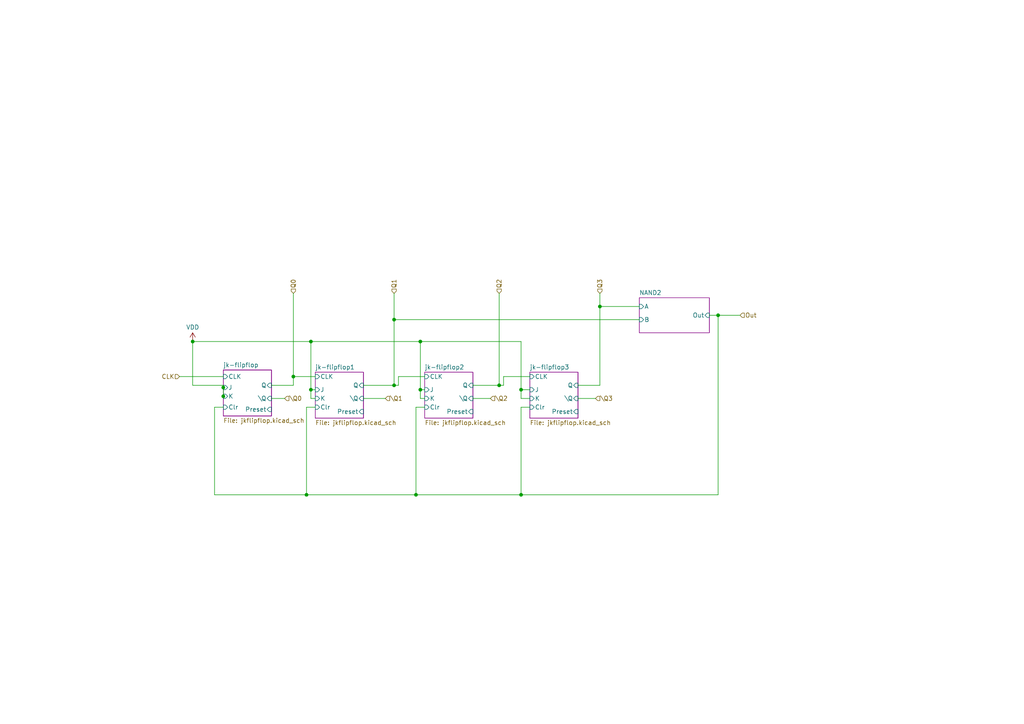
<source format=kicad_sch>
(kicad_sch (version 20250114) (generator "eeschema") (generator_version "9.0")
  (paper "A4")
  (lib_symbols
    (symbol "power:VDD" (power) (pin_numbers (hide yes)) (pin_names (offset 0) (hide yes))
      (property "Value" "VDD" (at 0 3.556 0))
      (symbol "VDD_0_1"
        (polyline (pts (xy -0.762 1.27) (xy 0 2.54)))
        (polyline (pts (xy 0 2.54) (xy 0.762 1.27)))
        (polyline (pts (xy 0 0) (xy 0 2.54)))
      )
      (symbol "VDD_1_1"
        (pin power_in line (at 0 0 90) (length 0) (name "~") (number "1"))
      )
    )
  )
  (junction (at 121.92 113.03))
  (junction (at 114.3 92.71))
  (junction (at 144.78 111.76))
  (junction (at 88.9 143.51))
  (junction (at 90.17 99.06))
  (junction (at 64.77 114.935))
  (junction (at 151.13 113.03))
  (junction (at 121.92 99.06))
  (junction (at 120.65 143.51))
  (junction (at 173.99 88.9))
  (junction (at 114.3 111.76))
  (junction (at 151.13 143.51))
  (junction (at 55.88 99.06))
  (junction (at 208.28 91.44))
  (junction (at 90.17 113.03))
  (junction (at 85.09 109.22))
  (junction (at 64.77 112.395))
  (wire (pts (xy 173.99 85.09) (xy 173.99 88.9)))
  (wire (pts (xy 55.88 99.06) (xy 90.17 99.06)))
  (wire (pts (xy 151.13 118.11) (xy 151.13 143.51)))
  (wire (pts (xy 114.3 85.09) (xy 114.3 92.71)))
  (wire (pts (xy 123.19 118.11) (xy 120.65 118.11)))
  (wire (pts (xy 91.44 115.57) (xy 90.17 115.57)))
  (wire (pts (xy 90.17 113.03) (xy 91.44 113.03)))
  (wire (pts (xy 62.23 143.51) (xy 88.9 143.51)))
  (wire (pts (xy 144.78 85.09) (xy 144.78 111.76)))
  (wire (pts (xy 78.74 111.76) (xy 85.09 111.76)))
  (wire (pts (xy 90.17 99.06) (xy 121.92 99.06)))
  (wire (pts (xy 146.05 109.22) (xy 153.67 109.22)))
  (wire (pts (xy 208.28 91.44) (xy 214.63 91.44)))
  (wire (pts (xy 64.77 115.57) (xy 64.77 114.935)))
  (wire (pts (xy 208.28 91.44) (xy 208.28 143.51)))
  (wire (pts (xy 205.74 91.44) (xy 208.28 91.44)))
  (wire (pts (xy 121.92 99.06) (xy 151.13 99.06)))
  (wire (pts (xy 137.16 115.57) (xy 142.24 115.57)))
  (wire (pts (xy 62.23 118.11) (xy 62.23 143.51)))
  (wire (pts (xy 114.3 92.71) (xy 185.42 92.71)))
  (wire (pts (xy 64.77 114.935) (xy 64.77 112.395)))
  (wire (pts (xy 105.41 115.57) (xy 111.76 115.57)))
  (wire (pts (xy 121.92 115.57) (xy 123.19 115.57)))
  (wire (pts (xy 173.99 88.9) (xy 185.42 88.9)))
  (wire (pts (xy 144.78 111.76) (xy 146.05 111.76)))
  (wire (pts (xy 52.07 109.22) (xy 64.77 109.22)))
  (wire (pts (xy 88.9 143.51) (xy 120.65 143.51)))
  (wire (pts (xy 115.57 109.22) (xy 123.19 109.22)))
  (wire (pts (xy 121.92 113.03) (xy 123.19 113.03)))
  (wire (pts (xy 153.67 118.11) (xy 151.13 118.11)))
  (wire (pts (xy 85.09 109.22) (xy 91.44 109.22)))
  (wire (pts (xy 151.13 143.51) (xy 208.28 143.51)))
  (wire (pts (xy 151.13 99.06) (xy 151.13 113.03)))
  (wire (pts (xy 64.77 111.76) (xy 55.88 111.76)))
  (wire (pts (xy 151.13 113.03) (xy 153.67 113.03)))
  (wire (pts (xy 88.9 118.11) (xy 88.9 143.51)))
  (wire (pts (xy 85.09 111.76) (xy 85.09 109.22)))
  (wire (pts (xy 78.74 115.57) (xy 82.55 115.57)))
  (wire (pts (xy 90.17 115.57) (xy 90.17 113.03)))
  (wire (pts (xy 114.3 92.71) (xy 114.3 111.76)))
  (wire (pts (xy 115.57 111.76) (xy 115.57 109.22)))
  (wire (pts (xy 120.65 143.51) (xy 151.13 143.51)))
  (wire (pts (xy 90.17 99.06) (xy 90.17 113.03)))
  (wire (pts (xy 85.09 85.09) (xy 85.09 109.22)))
  (wire (pts (xy 64.77 112.395) (xy 64.77 111.76)))
  (wire (pts (xy 167.64 111.76) (xy 173.99 111.76)))
  (wire (pts (xy 121.92 113.03) (xy 121.92 115.57)))
  (wire (pts (xy 105.41 111.76) (xy 114.3 111.76)))
  (wire (pts (xy 151.13 115.57) (xy 153.67 115.57)))
  (wire (pts (xy 173.99 88.9) (xy 173.99 111.76)))
  (wire (pts (xy 55.88 99.06) (xy 55.88 111.76)))
  (wire (pts (xy 151.13 113.03) (xy 151.13 115.57)))
  (wire (pts (xy 121.92 99.06) (xy 121.92 113.03)))
  (wire (pts (xy 120.65 118.11) (xy 120.65 143.51)))
  (wire (pts (xy 172.72 115.57) (xy 167.64 115.57)))
  (wire (pts (xy 114.3 111.76) (xy 115.57 111.76)))
  (wire (pts (xy 146.05 111.76) (xy 146.05 109.22)))
  (wire (pts (xy 137.16 111.76) (xy 144.78 111.76)))
  (wire (pts (xy 64.77 118.11) (xy 62.23 118.11)))
  (wire (pts (xy 91.44 118.11) (xy 88.9 118.11)))
  (hierarchical_label "\\Q1" (shape input) (at 111.76 115.57 0))
  (hierarchical_label "Out" (shape input) (at 214.63 91.44 0))
  (hierarchical_label "Q0" (shape input) (at 85.09 85.09 90))
  (hierarchical_label "CLK" (shape input) (at 52.07 109.22 180))
  (hierarchical_label "Q1" (shape input) (at 114.3 85.09 90))
  (hierarchical_label "Q3" (shape input) (at 173.99 85.09 90))
  (hierarchical_label "\\Q0" (shape input) (at 82.55 115.57 0))
  (hierarchical_label "\\Q2" (shape input) (at 142.24 115.57 0))
  (hierarchical_label "Q2" (shape input) (at 144.78 85.09 90))
  (hierarchical_label "\\Q3" (shape input) (at 172.72 115.57 0))
  (symbol (lib_id "power:VDD") (at 55.88 99.06 0) (unit 1)
    (property "Reference" "#PWR022" (effects (hide yes)))
    (property "Value" "VDD" (at 55.88 94.9269 0))
    (property "Description" "Power symbol creates a global label with name \"VDD\"" (effects (hide yes)))
    (instances (project "transistor-clock" (path "" (reference "#PWR0146") (unit 1)) (path "" (reference "#PWR022") (unit 1)) (path "" (reference "#PWR074") (unit 1))))
  )
  (sheet (at 123.19 107.95) (size 13.97 13.335) (stroke (width 0.1524) (color 132 0 132 1)) (fill (color 255 255 255 0.0000))
    (property "Sheetname" "jk-flipflop2" (at 123.19 107.2384 0) (effects (justify left bottom)))
    (property "Sheetfile" "jkflipflop.kicad_sch" (at 123.19 121.8696 0) (effects (justify left top)))
    (pin "CLK" input (at 123.19 109.22 180))
    (pin "Clr" input (at 123.19 118.11 180))
    (pin "J" input (at 123.19 113.03 180))
    (pin "K" input (at 123.19 115.57 180))
    (pin "Preset" input (at 137.16 119.38 0))
    (pin "Q" input (at 137.16 111.76 0))
    (pin "\\Q" input (at 137.16 115.57 0))
  )
  (sheet (at 64.77 107.315) (size 13.97 13.335) (stroke (width 0.1524) (color 132 0 132 1)) (fill (color 255 255 255 0.0000))
    (property "Sheetname" "jk-flipflop" (at 64.77 106.6034 0) (effects (justify left bottom)))
    (property "Sheetfile" "jkflipflop.kicad_sch" (at 64.77 121.2346 0) (effects (justify left top)))
    (pin "CLK" input (at 64.77 109.22 180))
    (pin "Clr" input (at 64.77 118.11 180))
    (pin "J" input (at 64.77 112.395 180))
    (pin "K" input (at 64.77 114.935 180))
    (pin "Preset" input (at 78.74 118.745 0))
    (pin "Q" input (at 78.74 111.76 0))
    (pin "\\Q" input (at 78.74 115.57 0))
  )
  (sheet (at 91.44 107.95) (size 13.97 13.335) (stroke (width 0.1524) (color 132 0 132 1)) (fill (color 255 255 255 0.0000))
    (property "Sheetname" "jk-flipflop1" (at 91.44 107.2384 0) (effects (justify left bottom)))
    (property "Sheetfile" "jkflipflop.kicad_sch" (at 91.44 121.8696 0) (effects (justify left top)))
    (pin "CLK" input (at 91.44 109.22 180))
    (pin "Clr" input (at 91.44 118.11 180))
    (pin "J" input (at 91.44 113.03 180))
    (pin "K" input (at 91.44 115.57 180))
    (pin "Preset" input (at 105.41 119.38 0))
    (pin "Q" input (at 105.41 111.76 0))
    (pin "\\Q" input (at 105.41 115.57 0))
  )
  (sheet (at 153.67 107.95) (size 13.97 13.335) (stroke (width 0.1524) (color 132 0 132 1)) (fill (color 255 255 255 0.0000))
    (property "Sheetname" "jk-flipflop3" (at 153.67 107.2384 0) (effects (justify left bottom)))
    (property "Sheetfile" "jkflipflop.kicad_sch" (at 153.67 121.8696 0) (effects (justify left top)))
    (pin "CLK" input (at 153.67 109.22 180))
    (pin "Clr" input (at 153.67 118.11 180))
    (pin "J" input (at 153.67 113.03 180))
    (pin "K" input (at 153.67 115.57 180))
    (pin "Preset" input (at 167.64 119.38 0))
    (pin "Q" input (at 167.64 111.76 0))
    (pin "\\Q" input (at 167.64 115.57 0))
  )
  (sheet (at 185.42 86.36) (size 20.32 10.16) (stroke (width 0.1524) (color 132 0 132 1)) (fill (color 255 255 255 0.0000))
    (property "Sheetname" "NAND2" (at 185.42 85.6484 0) (effects (justify left bottom)))
    (property "Sheetfile" "and.kicad_sch" (effects (hide yes)))
    (pin "A" input (at 185.42 88.9 180))
    (pin "B" input (at 185.42 92.71 180))
    (pin "Out" input (at 205.74 91.44 0))
  )
)
</source>
